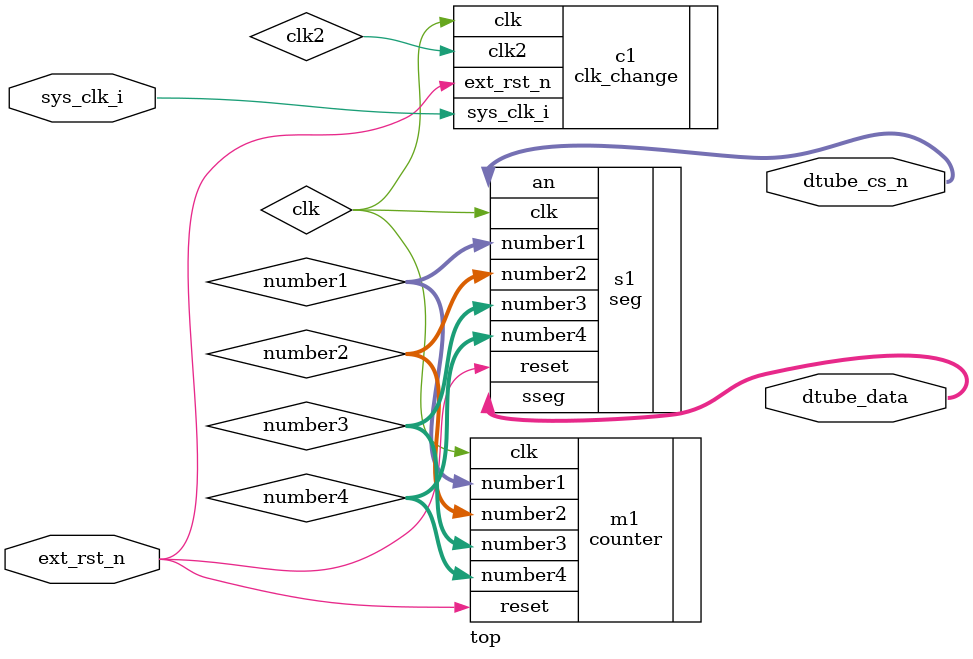
<source format=v>


module top(
    input wire  sys_clk_i,//50HMZclk
    input wire ext_rst_n,
    output wire[3:0] dtube_cs_n,	//7段数码管位选信号
	output wire[7:0] dtube_data	//7段数码管段选信号（包括小数点为8段）
    );
    wire clk,clk2;
    wire [3:0]number1,number2,number3,number4;
    // assign number1=number_1;
    // assign number2=number_2;
    // assign number3=number_3;
    // assign number4=number_4;
    clk_change c1(
        .sys_clk_i(sys_clk_i),
        .ext_rst_n(ext_rst_n),
        .clk(clk),
        .clk2(clk2)
    );
    counter m1(
        .clk(clk),
        .reset(ext_rst_n),
        .number1(number1),
        .number2(number2),
        .number3(number3),
        .number4(number4)
    );
    seg s1(
        .clk(clk),
        .reset(ext_rst_n),
        .number1(number1),
        .number2(number2),
        .number3(number3),
        .number4(number4),
        .sseg(dtube_data),
        .an(dtube_cs_n)
    );
endmodule

</source>
